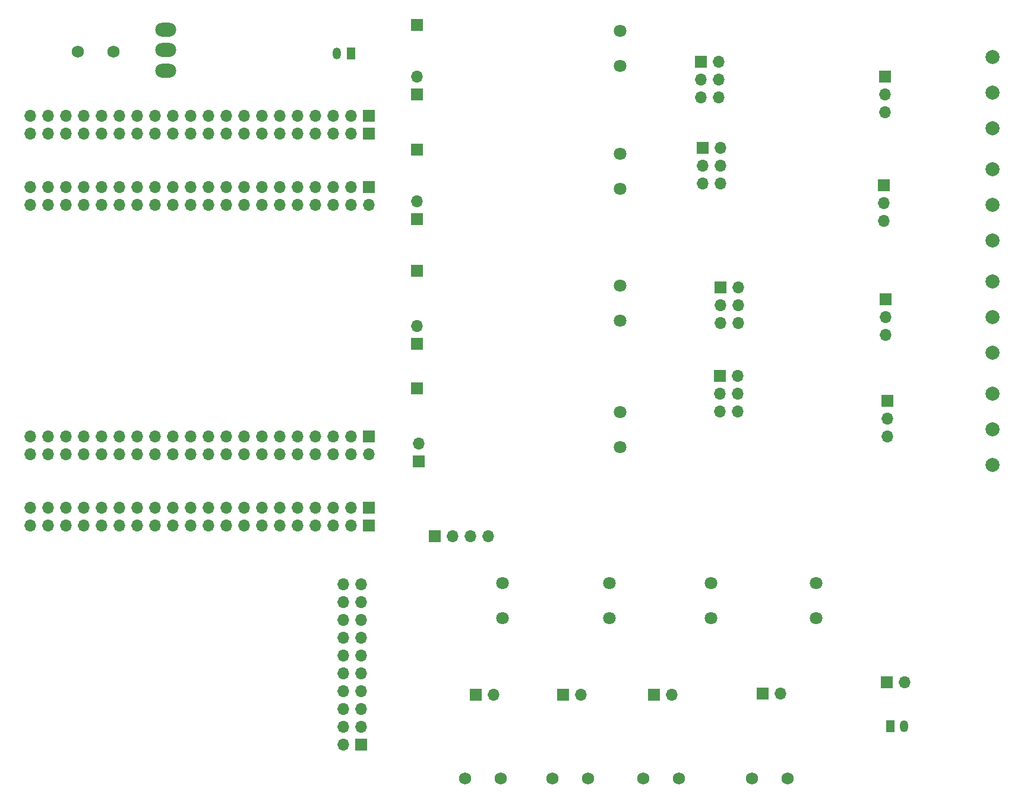
<source format=gbr>
G04 #@! TF.FileFunction,Soldermask,Bot*
%FSLAX46Y46*%
G04 Gerber Fmt 4.6, Leading zero omitted, Abs format (unit mm)*
G04 Created by KiCad (PCBNEW 4.0.7) date 11/06/17 02:09:46*
%MOMM*%
%LPD*%
G01*
G04 APERTURE LIST*
%ADD10C,0.100000*%
%ADD11R,1.700000X1.700000*%
%ADD12O,1.700000X1.700000*%
%ADD13R,1.200000X1.700000*%
%ADD14O,1.200000X1.700000*%
%ADD15C,1.800000*%
%ADD16O,3.000000X2.000000*%
%ADD17C,1.750000*%
%ADD18C,2.000000*%
G04 APERTURE END LIST*
D10*
D11*
X75120500Y-129984500D03*
D12*
X72580500Y-129984500D03*
X75120500Y-127444500D03*
X72580500Y-127444500D03*
X75120500Y-124904500D03*
X72580500Y-124904500D03*
X75120500Y-122364500D03*
X72580500Y-122364500D03*
X75120500Y-119824500D03*
X72580500Y-119824500D03*
X75120500Y-117284500D03*
X72580500Y-117284500D03*
X75120500Y-114744500D03*
X72580500Y-114744500D03*
X75120500Y-112204500D03*
X72580500Y-112204500D03*
X75120500Y-109664500D03*
X72580500Y-109664500D03*
X75120500Y-107124500D03*
X72580500Y-107124500D03*
D11*
X149733000Y-34798000D03*
D12*
X149733000Y-37338000D03*
X149733000Y-39878000D03*
D11*
X149606000Y-50292000D03*
D12*
X149606000Y-52832000D03*
X149606000Y-55372000D03*
D11*
X149860000Y-66548000D03*
D12*
X149860000Y-69088000D03*
X149860000Y-71628000D03*
D11*
X150114000Y-81026000D03*
D12*
X150114000Y-83566000D03*
X150114000Y-86106000D03*
D11*
X123545600Y-32613600D03*
D12*
X126085600Y-32613600D03*
X123545600Y-35153600D03*
X126085600Y-35153600D03*
X123545600Y-37693600D03*
X126085600Y-37693600D03*
D11*
X123799600Y-44907200D03*
D12*
X126339600Y-44907200D03*
X123799600Y-47447200D03*
X126339600Y-47447200D03*
X123799600Y-49987200D03*
X126339600Y-49987200D03*
D11*
X126301500Y-64782700D03*
D12*
X128841500Y-64782700D03*
X126301500Y-67322700D03*
X128841500Y-67322700D03*
X126301500Y-69862700D03*
X128841500Y-69862700D03*
D11*
X126238000Y-77470000D03*
D12*
X128778000Y-77470000D03*
X126238000Y-80010000D03*
X128778000Y-80010000D03*
X126238000Y-82550000D03*
X128778000Y-82550000D03*
D11*
X76200000Y-40386000D03*
D12*
X73660000Y-40386000D03*
X71120000Y-40386000D03*
X68580000Y-40386000D03*
X66040000Y-40386000D03*
X63500000Y-40386000D03*
X60960000Y-40386000D03*
X58420000Y-40386000D03*
X55880000Y-40386000D03*
X53340000Y-40386000D03*
X50800000Y-40386000D03*
X48260000Y-40386000D03*
X45720000Y-40386000D03*
X43180000Y-40386000D03*
X40640000Y-40386000D03*
X38100000Y-40386000D03*
X35560000Y-40386000D03*
X33020000Y-40386000D03*
X30480000Y-40386000D03*
X27940000Y-40386000D03*
D11*
X76200000Y-42926000D03*
D12*
X73660000Y-42926000D03*
X71120000Y-42926000D03*
X68580000Y-42926000D03*
X66040000Y-42926000D03*
X63500000Y-42926000D03*
X60960000Y-42926000D03*
X58420000Y-42926000D03*
X55880000Y-42926000D03*
X53340000Y-42926000D03*
X50800000Y-42926000D03*
X48260000Y-42926000D03*
X45720000Y-42926000D03*
X43180000Y-42926000D03*
X40640000Y-42926000D03*
X38100000Y-42926000D03*
X35560000Y-42926000D03*
X33020000Y-42926000D03*
X30480000Y-42926000D03*
X27940000Y-42926000D03*
D11*
X76200000Y-50546000D03*
D12*
X76200000Y-53086000D03*
X73660000Y-50546000D03*
X73660000Y-53086000D03*
X71120000Y-50546000D03*
X71120000Y-53086000D03*
X68580000Y-50546000D03*
X68580000Y-53086000D03*
X66040000Y-50546000D03*
X66040000Y-53086000D03*
X63500000Y-50546000D03*
X63500000Y-53086000D03*
X60960000Y-50546000D03*
X60960000Y-53086000D03*
X58420000Y-50546000D03*
X58420000Y-53086000D03*
X55880000Y-50546000D03*
X55880000Y-53086000D03*
X53340000Y-50546000D03*
X53340000Y-53086000D03*
X50800000Y-50546000D03*
X50800000Y-53086000D03*
X48260000Y-50546000D03*
X48260000Y-53086000D03*
X45720000Y-50546000D03*
X45720000Y-53086000D03*
X43180000Y-50546000D03*
X43180000Y-53086000D03*
X40640000Y-50546000D03*
X40640000Y-53086000D03*
X38100000Y-50546000D03*
X38100000Y-53086000D03*
X35560000Y-50546000D03*
X35560000Y-53086000D03*
X33020000Y-50546000D03*
X33020000Y-53086000D03*
X30480000Y-50546000D03*
X30480000Y-53086000D03*
X27940000Y-50546000D03*
X27940000Y-53086000D03*
D11*
X76200000Y-96266000D03*
D12*
X73660000Y-96266000D03*
X71120000Y-96266000D03*
X68580000Y-96266000D03*
X66040000Y-96266000D03*
X63500000Y-96266000D03*
X60960000Y-96266000D03*
X58420000Y-96266000D03*
X55880000Y-96266000D03*
X53340000Y-96266000D03*
X50800000Y-96266000D03*
X48260000Y-96266000D03*
X45720000Y-96266000D03*
X43180000Y-96266000D03*
X40640000Y-96266000D03*
X38100000Y-96266000D03*
X35560000Y-96266000D03*
X33020000Y-96266000D03*
X30480000Y-96266000D03*
X27940000Y-96266000D03*
D11*
X76200000Y-98806000D03*
D12*
X73660000Y-98806000D03*
X71120000Y-98806000D03*
X68580000Y-98806000D03*
X66040000Y-98806000D03*
X63500000Y-98806000D03*
X60960000Y-98806000D03*
X58420000Y-98806000D03*
X55880000Y-98806000D03*
X53340000Y-98806000D03*
X50800000Y-98806000D03*
X48260000Y-98806000D03*
X45720000Y-98806000D03*
X43180000Y-98806000D03*
X40640000Y-98806000D03*
X38100000Y-98806000D03*
X35560000Y-98806000D03*
X33020000Y-98806000D03*
X30480000Y-98806000D03*
X27940000Y-98806000D03*
D11*
X76200000Y-86106000D03*
D12*
X76200000Y-88646000D03*
X73660000Y-86106000D03*
X73660000Y-88646000D03*
X71120000Y-86106000D03*
X71120000Y-88646000D03*
X68580000Y-86106000D03*
X68580000Y-88646000D03*
X66040000Y-86106000D03*
X66040000Y-88646000D03*
X63500000Y-86106000D03*
X63500000Y-88646000D03*
X60960000Y-86106000D03*
X60960000Y-88646000D03*
X58420000Y-86106000D03*
X58420000Y-88646000D03*
X55880000Y-86106000D03*
X55880000Y-88646000D03*
X53340000Y-86106000D03*
X53340000Y-88646000D03*
X50800000Y-86106000D03*
X50800000Y-88646000D03*
X48260000Y-86106000D03*
X48260000Y-88646000D03*
X45720000Y-86106000D03*
X45720000Y-88646000D03*
X43180000Y-86106000D03*
X43180000Y-88646000D03*
X40640000Y-86106000D03*
X40640000Y-88646000D03*
X38100000Y-86106000D03*
X38100000Y-88646000D03*
X35560000Y-86106000D03*
X35560000Y-88646000D03*
X33020000Y-86106000D03*
X33020000Y-88646000D03*
X30480000Y-86106000D03*
X30480000Y-88646000D03*
X27940000Y-86106000D03*
X27940000Y-88646000D03*
D13*
X73660000Y-31496000D03*
D14*
X71660000Y-31496000D03*
D11*
X83058000Y-37338000D03*
D12*
X83058000Y-34798000D03*
D11*
X83058000Y-55118000D03*
D12*
X83058000Y-52578000D03*
D11*
X83058000Y-72898000D03*
D12*
X83058000Y-70358000D03*
D11*
X83312000Y-89662000D03*
D12*
X83312000Y-87122000D03*
D11*
X85598000Y-100330000D03*
D12*
X88138000Y-100330000D03*
X90678000Y-100330000D03*
X93218000Y-100330000D03*
D15*
X112014000Y-33234000D03*
X112014000Y-28234000D03*
X112014000Y-50760000D03*
X112014000Y-45760000D03*
X112014000Y-69556000D03*
X112014000Y-64556000D03*
X112014000Y-87590000D03*
X112014000Y-82590000D03*
X95250000Y-106974000D03*
X95250000Y-111974000D03*
X110490000Y-106974000D03*
X110490000Y-111974000D03*
X124968000Y-106974000D03*
X124968000Y-111974000D03*
X139954000Y-106974000D03*
X139954000Y-111974000D03*
D11*
X116840000Y-122872500D03*
D12*
X119380000Y-122872500D03*
D11*
X91440000Y-122872500D03*
D12*
X93980000Y-122872500D03*
D11*
X103886000Y-122872500D03*
D12*
X106426000Y-122872500D03*
D11*
X132334000Y-122745500D03*
D12*
X134874000Y-122745500D03*
D11*
X83058000Y-27432000D03*
X83058000Y-45212000D03*
X83058000Y-62484000D03*
X83058000Y-79248000D03*
D16*
X47244000Y-33888000D03*
X47244000Y-30988000D03*
X47244000Y-28088000D03*
D13*
X150495000Y-127381000D03*
D14*
X152495000Y-127381000D03*
D11*
X149987000Y-121158000D03*
D12*
X152527000Y-121158000D03*
D17*
X34734500Y-31178500D03*
X39814500Y-31178500D03*
X115316000Y-134874000D03*
X120396000Y-134874000D03*
X89916000Y-134874000D03*
X94996000Y-134874000D03*
X102362000Y-134874000D03*
X107442000Y-134874000D03*
X130810000Y-134874000D03*
X135890000Y-134874000D03*
D18*
X165100000Y-32004000D03*
X165100000Y-37084000D03*
X165100000Y-42164000D03*
X165100000Y-48006000D03*
X165100000Y-53086000D03*
X165100000Y-58166000D03*
X165100000Y-64008000D03*
X165100000Y-69088000D03*
X165100000Y-74168000D03*
X165100000Y-80010000D03*
X165100000Y-85090000D03*
X165100000Y-90170000D03*
M02*

</source>
